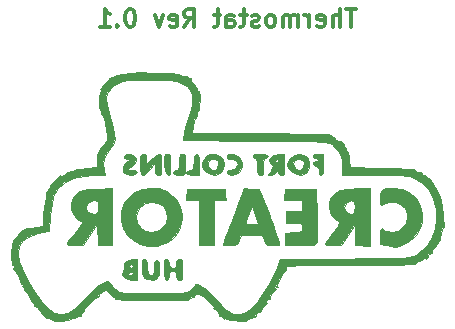
<source format=gbo>
G04 #@! TF.GenerationSoftware,KiCad,Pcbnew,5.0.2-bee76a0~70~ubuntu18.04.1*
G04 #@! TF.CreationDate,2019-06-28T18:52:20-06:00*
G04 #@! TF.ProjectId,Thermostat1,54686572-6d6f-4737-9461-74312e6b6963,rev?*
G04 #@! TF.SameCoordinates,Original*
G04 #@! TF.FileFunction,Legend,Bot*
G04 #@! TF.FilePolarity,Positive*
%FSLAX46Y46*%
G04 Gerber Fmt 4.6, Leading zero omitted, Abs format (unit mm)*
G04 Created by KiCad (PCBNEW 5.0.2-bee76a0~70~ubuntu18.04.1) date Fri 28 Jun 2019 06:52:20 PM MDT*
%MOMM*%
%LPD*%
G01*
G04 APERTURE LIST*
%ADD10C,0.300000*%
%ADD11C,0.010000*%
G04 APERTURE END LIST*
D10*
X95928571Y-34178571D02*
X95071428Y-34178571D01*
X95500000Y-35678571D02*
X95500000Y-34178571D01*
X94571428Y-35678571D02*
X94571428Y-34178571D01*
X93928571Y-35678571D02*
X93928571Y-34892857D01*
X94000000Y-34750000D01*
X94142857Y-34678571D01*
X94357142Y-34678571D01*
X94500000Y-34750000D01*
X94571428Y-34821428D01*
X92642857Y-35607142D02*
X92785714Y-35678571D01*
X93071428Y-35678571D01*
X93214285Y-35607142D01*
X93285714Y-35464285D01*
X93285714Y-34892857D01*
X93214285Y-34750000D01*
X93071428Y-34678571D01*
X92785714Y-34678571D01*
X92642857Y-34750000D01*
X92571428Y-34892857D01*
X92571428Y-35035714D01*
X93285714Y-35178571D01*
X91928571Y-35678571D02*
X91928571Y-34678571D01*
X91928571Y-34964285D02*
X91857142Y-34821428D01*
X91785714Y-34750000D01*
X91642857Y-34678571D01*
X91500000Y-34678571D01*
X91000000Y-35678571D02*
X91000000Y-34678571D01*
X91000000Y-34821428D02*
X90928571Y-34750000D01*
X90785714Y-34678571D01*
X90571428Y-34678571D01*
X90428571Y-34750000D01*
X90357142Y-34892857D01*
X90357142Y-35678571D01*
X90357142Y-34892857D02*
X90285714Y-34750000D01*
X90142857Y-34678571D01*
X89928571Y-34678571D01*
X89785714Y-34750000D01*
X89714285Y-34892857D01*
X89714285Y-35678571D01*
X88785714Y-35678571D02*
X88928571Y-35607142D01*
X89000000Y-35535714D01*
X89071428Y-35392857D01*
X89071428Y-34964285D01*
X89000000Y-34821428D01*
X88928571Y-34750000D01*
X88785714Y-34678571D01*
X88571428Y-34678571D01*
X88428571Y-34750000D01*
X88357142Y-34821428D01*
X88285714Y-34964285D01*
X88285714Y-35392857D01*
X88357142Y-35535714D01*
X88428571Y-35607142D01*
X88571428Y-35678571D01*
X88785714Y-35678571D01*
X87714285Y-35607142D02*
X87571428Y-35678571D01*
X87285714Y-35678571D01*
X87142857Y-35607142D01*
X87071428Y-35464285D01*
X87071428Y-35392857D01*
X87142857Y-35250000D01*
X87285714Y-35178571D01*
X87500000Y-35178571D01*
X87642857Y-35107142D01*
X87714285Y-34964285D01*
X87714285Y-34892857D01*
X87642857Y-34750000D01*
X87500000Y-34678571D01*
X87285714Y-34678571D01*
X87142857Y-34750000D01*
X86642857Y-34678571D02*
X86071428Y-34678571D01*
X86428571Y-34178571D02*
X86428571Y-35464285D01*
X86357142Y-35607142D01*
X86214285Y-35678571D01*
X86071428Y-35678571D01*
X84928571Y-35678571D02*
X84928571Y-34892857D01*
X85000000Y-34750000D01*
X85142857Y-34678571D01*
X85428571Y-34678571D01*
X85571428Y-34750000D01*
X84928571Y-35607142D02*
X85071428Y-35678571D01*
X85428571Y-35678571D01*
X85571428Y-35607142D01*
X85642857Y-35464285D01*
X85642857Y-35321428D01*
X85571428Y-35178571D01*
X85428571Y-35107142D01*
X85071428Y-35107142D01*
X84928571Y-35035714D01*
X84428571Y-34678571D02*
X83857142Y-34678571D01*
X84214285Y-34178571D02*
X84214285Y-35464285D01*
X84142857Y-35607142D01*
X84000000Y-35678571D01*
X83857142Y-35678571D01*
X81357142Y-35678571D02*
X81857142Y-34964285D01*
X82214285Y-35678571D02*
X82214285Y-34178571D01*
X81642857Y-34178571D01*
X81500000Y-34250000D01*
X81428571Y-34321428D01*
X81357142Y-34464285D01*
X81357142Y-34678571D01*
X81428571Y-34821428D01*
X81500000Y-34892857D01*
X81642857Y-34964285D01*
X82214285Y-34964285D01*
X80142857Y-35607142D02*
X80285714Y-35678571D01*
X80571428Y-35678571D01*
X80714285Y-35607142D01*
X80785714Y-35464285D01*
X80785714Y-34892857D01*
X80714285Y-34750000D01*
X80571428Y-34678571D01*
X80285714Y-34678571D01*
X80142857Y-34750000D01*
X80071428Y-34892857D01*
X80071428Y-35035714D01*
X80785714Y-35178571D01*
X79571428Y-34678571D02*
X79214285Y-35678571D01*
X78857142Y-34678571D01*
X76857142Y-34178571D02*
X76714285Y-34178571D01*
X76571428Y-34250000D01*
X76500000Y-34321428D01*
X76428571Y-34464285D01*
X76357142Y-34750000D01*
X76357142Y-35107142D01*
X76428571Y-35392857D01*
X76500000Y-35535714D01*
X76571428Y-35607142D01*
X76714285Y-35678571D01*
X76857142Y-35678571D01*
X77000000Y-35607142D01*
X77071428Y-35535714D01*
X77142857Y-35392857D01*
X77214285Y-35107142D01*
X77214285Y-34750000D01*
X77142857Y-34464285D01*
X77071428Y-34321428D01*
X77000000Y-34250000D01*
X76857142Y-34178571D01*
X75714285Y-35535714D02*
X75642857Y-35607142D01*
X75714285Y-35678571D01*
X75785714Y-35607142D01*
X75714285Y-35535714D01*
X75714285Y-35678571D01*
X74214285Y-35678571D02*
X75071428Y-35678571D01*
X74642857Y-35678571D02*
X74642857Y-34178571D01*
X74785714Y-34392857D01*
X74928571Y-34535714D01*
X75071428Y-34607142D01*
D11*
G04 #@! TO.C,G\002A\002A\002A*
G36*
X76843827Y-39587411D02*
X76203506Y-39661450D01*
X75715215Y-39778402D01*
X75538500Y-39844864D01*
X75245157Y-39951264D01*
X75057320Y-39985180D01*
X75052811Y-39984361D01*
X74999186Y-40036591D01*
X75014154Y-40067550D01*
X74962173Y-40195260D01*
X74748464Y-40369300D01*
X74703854Y-40396700D01*
X74472272Y-40574696D01*
X74394675Y-40721644D01*
X74400756Y-40737503D01*
X74384672Y-40848393D01*
X74343482Y-40855999D01*
X74267179Y-40948789D01*
X74286074Y-41046499D01*
X74295454Y-41210249D01*
X74250338Y-41236774D01*
X74192559Y-41348614D01*
X74156114Y-41625863D01*
X74142656Y-41980692D01*
X74153836Y-42325274D01*
X74191306Y-42571782D01*
X74224057Y-42634000D01*
X74312025Y-42798624D01*
X74351057Y-42951500D01*
X74429469Y-43193358D01*
X74489049Y-43275443D01*
X74568438Y-43440208D01*
X74624231Y-43725687D01*
X74675801Y-44038170D01*
X74735044Y-44227243D01*
X74782235Y-44422240D01*
X74815558Y-44760877D01*
X74820875Y-44880005D01*
X74792157Y-45286854D01*
X74650157Y-45553977D01*
X74553013Y-45645088D01*
X74329498Y-45878136D01*
X74226568Y-46064881D01*
X74137880Y-46273192D01*
X74099568Y-46315798D01*
X74044072Y-46378263D01*
X74010493Y-46503816D01*
X73988142Y-46759453D01*
X73970050Y-47127704D01*
X73951000Y-47557409D01*
X73093750Y-47661879D01*
X72641687Y-47717373D01*
X72287088Y-47761640D01*
X72109500Y-47784725D01*
X71906010Y-47855163D01*
X71560374Y-48010626D01*
X71152727Y-48213223D01*
X70800951Y-48403465D01*
X70512505Y-48608154D01*
X70236989Y-48866109D01*
X70038960Y-49109214D01*
X69982250Y-49267297D01*
X69918325Y-49360496D01*
X69879505Y-49365000D01*
X69803656Y-49442804D01*
X69823500Y-49492000D01*
X69803615Y-49607572D01*
X69746329Y-49619000D01*
X69644028Y-49659230D01*
X69657813Y-49686146D01*
X69666997Y-49835937D01*
X69621957Y-50155242D01*
X69553964Y-50479896D01*
X69453960Y-51027492D01*
X69391372Y-51605518D01*
X69380984Y-51865468D01*
X69379000Y-52524436D01*
X68775750Y-52624464D01*
X68394182Y-52684213D01*
X68114945Y-52721590D01*
X68045500Y-52727495D01*
X67863820Y-52815788D01*
X67750333Y-52921000D01*
X67629742Y-53046101D01*
X67642605Y-52975515D01*
X67666103Y-52921000D01*
X67656676Y-52874260D01*
X67525992Y-53002799D01*
X67487845Y-53048000D01*
X67305144Y-53297196D01*
X67223112Y-53464185D01*
X67222824Y-53468245D01*
X67142205Y-53517820D01*
X67107439Y-53501423D01*
X66998107Y-53534793D01*
X66895748Y-53785278D01*
X66796114Y-54266642D01*
X66728032Y-54730750D01*
X66691397Y-55149157D01*
X66707843Y-55405537D01*
X66748897Y-55461000D01*
X66813847Y-55554321D01*
X66793074Y-55651500D01*
X66796807Y-55814702D01*
X66856574Y-55842000D01*
X66938089Y-55934543D01*
X66920074Y-56032500D01*
X66908251Y-56196490D01*
X66950698Y-56223000D01*
X67056730Y-56327988D01*
X67206868Y-56584596D01*
X67359660Y-56905283D01*
X67473654Y-57202514D01*
X67507399Y-57388749D01*
X67505751Y-57395165D01*
X67569673Y-57488489D01*
X67608496Y-57493000D01*
X67684345Y-57570804D01*
X67664500Y-57620000D01*
X67678783Y-57736840D01*
X67728000Y-57747000D01*
X67810819Y-57824362D01*
X67791500Y-57874000D01*
X67785748Y-57991703D01*
X67820123Y-58001000D01*
X67950163Y-58101507D01*
X68125863Y-58340623D01*
X68289975Y-58624736D01*
X68385251Y-58860233D01*
X68388978Y-58931189D01*
X68437108Y-58978944D01*
X68486854Y-58955444D01*
X68603614Y-58978021D01*
X68642523Y-59183900D01*
X68628893Y-59312189D01*
X68689415Y-59361874D01*
X68732078Y-59341868D01*
X68884526Y-59367369D01*
X69025791Y-59530051D01*
X69061480Y-59652000D01*
X69138280Y-59768458D01*
X69315718Y-59961276D01*
X69524562Y-60163244D01*
X69695580Y-60307154D01*
X69760000Y-60330121D01*
X69849791Y-60335958D01*
X70045750Y-60443522D01*
X70422385Y-60572203D01*
X70933837Y-60601388D01*
X71483317Y-60535860D01*
X71974034Y-60380405D01*
X72046000Y-60344659D01*
X72353716Y-60200343D01*
X72566449Y-60135862D01*
X72595190Y-60137035D01*
X72644853Y-60087387D01*
X72624269Y-60043952D01*
X72655188Y-59892100D01*
X72773579Y-59790667D01*
X72908117Y-59686240D01*
X72888309Y-59655861D01*
X72908193Y-59578017D01*
X73062954Y-59385805D01*
X73298251Y-59134302D01*
X73559741Y-58878585D01*
X73793080Y-58673731D01*
X73943927Y-58574818D01*
X73957226Y-58572500D01*
X74126656Y-58491281D01*
X74162667Y-58456888D01*
X74174990Y-58404405D01*
X74078000Y-58449517D01*
X73955273Y-58505269D01*
X74006534Y-58412414D01*
X74064348Y-58339809D01*
X74227618Y-58193547D01*
X74305791Y-58186456D01*
X74420506Y-58153936D01*
X74518545Y-58048432D01*
X74633649Y-57941725D01*
X74765368Y-57989165D01*
X74978074Y-58215900D01*
X74993227Y-58233864D01*
X75214709Y-58459476D01*
X75371441Y-58551779D01*
X75397376Y-58544291D01*
X75471206Y-58558320D01*
X75475000Y-58593666D01*
X75484204Y-58654759D01*
X75531186Y-58702461D01*
X75645003Y-58738956D01*
X75854711Y-58766433D01*
X76189365Y-58787076D01*
X76678023Y-58803073D01*
X77349740Y-58816610D01*
X78233572Y-58829873D01*
X78698184Y-58836199D01*
X79660491Y-58846670D01*
X80399377Y-58847969D01*
X80945305Y-58838664D01*
X81328737Y-58817323D01*
X81580135Y-58782514D01*
X81729961Y-58732806D01*
X81788173Y-58690970D01*
X81995325Y-58576471D01*
X82108862Y-58590955D01*
X82185438Y-58594637D01*
X82160279Y-58537766D01*
X82177747Y-58402624D01*
X82357989Y-58317152D01*
X82611068Y-58305482D01*
X82804453Y-58364910D01*
X82984911Y-58497028D01*
X83226190Y-58714238D01*
X83482891Y-58968846D01*
X83709617Y-59213154D01*
X83860970Y-59399467D01*
X83891551Y-59480089D01*
X83857000Y-59470739D01*
X83816206Y-59475512D01*
X83950348Y-59600661D01*
X84016405Y-59653649D01*
X84227168Y-59869882D01*
X84290300Y-60044442D01*
X84282532Y-60063691D01*
X84279534Y-60139246D01*
X84337572Y-60113451D01*
X84502461Y-60136025D01*
X84607333Y-60252578D01*
X84712035Y-60391333D01*
X84742139Y-60377781D01*
X84837480Y-60350492D01*
X85000431Y-60414230D01*
X85235801Y-60487926D01*
X85591038Y-60545612D01*
X85987651Y-60581846D01*
X86347150Y-60591189D01*
X86591044Y-60568202D01*
X86651000Y-60528624D01*
X86757934Y-60432959D01*
X87010308Y-60325095D01*
X87305486Y-60247355D01*
X87349500Y-60240584D01*
X87462796Y-60120663D01*
X87466573Y-60096500D01*
X87413000Y-60096500D01*
X87349500Y-60160000D01*
X87286000Y-60096500D01*
X87349500Y-60033000D01*
X87413000Y-60096500D01*
X87466573Y-60096500D01*
X87476500Y-60033000D01*
X87578160Y-59864627D01*
X87667000Y-59842500D01*
X87835647Y-59753462D01*
X87846425Y-59715500D01*
X87794000Y-59715500D01*
X87730500Y-59779000D01*
X87667000Y-59715500D01*
X87730500Y-59652000D01*
X87794000Y-59715500D01*
X87846425Y-59715500D01*
X87857500Y-59676495D01*
X87948424Y-59486674D01*
X88167875Y-59258550D01*
X88175000Y-59252724D01*
X88342136Y-59104931D01*
X88344703Y-59073047D01*
X88324375Y-59082769D01*
X88221847Y-59112210D01*
X88271733Y-58987625D01*
X88318044Y-58911504D01*
X88484306Y-58740600D01*
X88601042Y-58727337D01*
X88660311Y-58716947D01*
X88631975Y-58656183D01*
X88656679Y-58481259D01*
X88838109Y-58231540D01*
X88898102Y-58171288D01*
X89083244Y-57982607D01*
X89123495Y-57912549D01*
X89094692Y-57924876D01*
X89076995Y-57867582D01*
X89153322Y-57650410D01*
X89293587Y-57335092D01*
X89467702Y-56983363D01*
X89645582Y-56656955D01*
X89797137Y-56417603D01*
X89868598Y-56336956D01*
X89963765Y-56195761D01*
X89963848Y-56177050D01*
X89953097Y-55984356D01*
X89953000Y-55966349D01*
X90079862Y-55929381D01*
X90460069Y-55899048D01*
X91093051Y-55875365D01*
X91978239Y-55858343D01*
X93115063Y-55847997D01*
X94502956Y-55844339D01*
X95163301Y-55844805D01*
X96291630Y-55844747D01*
X97341886Y-55841206D01*
X98286677Y-55834532D01*
X99098611Y-55825076D01*
X99750297Y-55813189D01*
X100214343Y-55799222D01*
X100463357Y-55783526D01*
X100497301Y-55776460D01*
X100708080Y-55759800D01*
X100748001Y-55778499D01*
X100865397Y-55776905D01*
X100875001Y-55737307D01*
X100962066Y-55624501D01*
X101247545Y-55519202D01*
X101481161Y-55463107D01*
X101616303Y-55348245D01*
X101679001Y-55254438D01*
X101873289Y-55066753D01*
X102099393Y-54946197D01*
X102306107Y-54820893D01*
X102341018Y-54707927D01*
X102374744Y-54555531D01*
X102523068Y-54410548D01*
X102686483Y-54247078D01*
X102694526Y-54147858D01*
X102709561Y-54071534D01*
X102766329Y-54064000D01*
X102861940Y-53989500D01*
X102843501Y-53937000D01*
X102853570Y-53819971D01*
X102899505Y-53810000D01*
X103015022Y-53742061D01*
X103015340Y-53714750D01*
X103016908Y-53473341D01*
X103074482Y-53159348D01*
X103163693Y-52858920D01*
X103260170Y-52658204D01*
X103323486Y-52625430D01*
X103401233Y-52632823D01*
X103383679Y-52591372D01*
X103344290Y-52416124D01*
X103305377Y-52059400D01*
X103299437Y-51969611D01*
X102719550Y-51969611D01*
X102585176Y-52835160D01*
X102261674Y-53657346D01*
X101831612Y-54291818D01*
X101483471Y-54624659D01*
X101059574Y-54929862D01*
X100954275Y-54990318D01*
X100821215Y-55058121D01*
X100682685Y-55114208D01*
X100514120Y-55159888D01*
X100290954Y-55196465D01*
X99988621Y-55225246D01*
X99582555Y-55247537D01*
X99048192Y-55264645D01*
X98360964Y-55277874D01*
X97496308Y-55288533D01*
X96429656Y-55297926D01*
X95136443Y-55307359D01*
X94969500Y-55308524D01*
X89508500Y-55346548D01*
X89209093Y-56119848D01*
X88578368Y-57446185D01*
X87714863Y-58757901D01*
X87622745Y-58879411D01*
X87084668Y-59491208D01*
X86574583Y-59867994D01*
X86062410Y-60022032D01*
X85518069Y-59965584D01*
X85218171Y-59859611D01*
X84910219Y-59657852D01*
X84565060Y-59329248D01*
X84373494Y-59098074D01*
X84040415Y-58709954D01*
X83599404Y-58274820D01*
X83181410Y-57915918D01*
X82794585Y-57618564D01*
X82553352Y-57462222D01*
X82406697Y-57427091D01*
X82303602Y-57493368D01*
X82254151Y-57556014D01*
X82024117Y-57794684D01*
X81731735Y-58021722D01*
X81588416Y-58100257D01*
X81405307Y-58158997D01*
X81146083Y-58200754D01*
X80774424Y-58228340D01*
X80254006Y-58244565D01*
X79548508Y-58252241D01*
X78728491Y-58254163D01*
X77834450Y-58252857D01*
X77156746Y-58246153D01*
X76657729Y-58230829D01*
X76299744Y-58203662D01*
X76045140Y-58161432D01*
X75856265Y-58100915D01*
X75695464Y-58018891D01*
X75648741Y-57990641D01*
X75376347Y-57803450D01*
X75226620Y-57664017D01*
X75216961Y-57641391D01*
X75145039Y-57484004D01*
X75032768Y-57318601D01*
X74931118Y-57209390D01*
X74812656Y-57184960D01*
X74626276Y-57263237D01*
X74320874Y-57462147D01*
X74022714Y-57672908D01*
X73526848Y-58068302D01*
X73031248Y-58530765D01*
X72651157Y-58950794D01*
X72071935Y-59554869D01*
X71487568Y-59913308D01*
X70906694Y-60024442D01*
X70337952Y-59886599D01*
X69795362Y-59503274D01*
X69339196Y-58996606D01*
X68867950Y-58352304D01*
X68410584Y-57624048D01*
X67996059Y-56865520D01*
X67653336Y-56130402D01*
X67411378Y-55472375D01*
X67299145Y-54945120D01*
X67294963Y-54868630D01*
X67396241Y-54269423D01*
X67722906Y-53777754D01*
X68267132Y-53400520D01*
X69021095Y-53144616D01*
X69315500Y-53087822D01*
X69950500Y-52984500D01*
X70025052Y-51714500D01*
X70077039Y-51116783D01*
X70154721Y-50565802D01*
X70245250Y-50143473D01*
X70293963Y-50000000D01*
X70694118Y-49338438D01*
X71252988Y-48840212D01*
X71987023Y-48496388D01*
X72912675Y-48298033D01*
X73521933Y-48247116D01*
X74680366Y-48193130D01*
X74557117Y-47791551D01*
X74508871Y-47239669D01*
X74655878Y-46641848D01*
X74973915Y-46079997D01*
X75111352Y-45917424D01*
X75329984Y-45663944D01*
X75439314Y-45443470D01*
X75465258Y-45160555D01*
X75434457Y-44727503D01*
X75350962Y-44207368D01*
X75201804Y-43589189D01*
X75024607Y-43022615D01*
X74811042Y-42304385D01*
X74757136Y-41738600D01*
X74866144Y-41277568D01*
X75141323Y-40873599D01*
X75173681Y-40839111D01*
X75435678Y-40601315D01*
X75729184Y-40424832D01*
X76095109Y-40301251D01*
X76574365Y-40222161D01*
X77207862Y-40179153D01*
X78036510Y-40163817D01*
X78459500Y-40163624D01*
X79412513Y-40176800D01*
X80149057Y-40215824D01*
X80706103Y-40289651D01*
X81120621Y-40407238D01*
X81429580Y-40577538D01*
X81669949Y-40809508D01*
X81788608Y-40970031D01*
X81988170Y-41360617D01*
X82062227Y-41790500D01*
X82010435Y-42315781D01*
X81832448Y-42992557D01*
X81775096Y-43171076D01*
X81609842Y-43720617D01*
X81470061Y-44269568D01*
X81386849Y-44694182D01*
X81302507Y-45293865D01*
X87396563Y-45329182D01*
X88798524Y-45337590D01*
X89968931Y-45345834D01*
X90930228Y-45354960D01*
X91704857Y-45366015D01*
X92315261Y-45380047D01*
X92783884Y-45398102D01*
X93133169Y-45421227D01*
X93385559Y-45450469D01*
X93563497Y-45486875D01*
X93689426Y-45531492D01*
X93785790Y-45585367D01*
X93849059Y-45630177D01*
X94165486Y-45919632D01*
X94469900Y-46279799D01*
X94504490Y-46328677D01*
X94681158Y-46638793D01*
X94757350Y-46958701D01*
X94756412Y-47398818D01*
X94750386Y-47491750D01*
X94699293Y-48222000D01*
X97501397Y-48224789D01*
X98441571Y-48228019D01*
X99164895Y-48237361D01*
X99708494Y-48255461D01*
X100109494Y-48284962D01*
X100405019Y-48328509D01*
X100632196Y-48388749D01*
X100811500Y-48460612D01*
X101512621Y-48913324D01*
X102061330Y-49532556D01*
X102450283Y-50276333D01*
X102672137Y-51102677D01*
X102719550Y-51969611D01*
X103299437Y-51969611D01*
X103274561Y-51593624D01*
X103271334Y-51524000D01*
X103214451Y-50920716D01*
X103109576Y-50395533D01*
X103011374Y-50115034D01*
X102860608Y-49775969D01*
X102764139Y-49515669D01*
X102754845Y-49480034D01*
X102637742Y-49255467D01*
X102589500Y-49210882D01*
X102468040Y-49033195D01*
X102462500Y-48991780D01*
X102380233Y-48835174D01*
X102180486Y-48613006D01*
X101933848Y-48389184D01*
X101710902Y-48227617D01*
X101582235Y-48192212D01*
X101580821Y-48193512D01*
X101516059Y-48165433D01*
X101510001Y-48108671D01*
X101440901Y-48009355D01*
X101393239Y-48025172D01*
X101215762Y-48011525D01*
X101107489Y-47937417D01*
X101009177Y-47857058D01*
X100883283Y-47794873D01*
X100696316Y-47747550D01*
X100414784Y-47711777D01*
X100005193Y-47684242D01*
X99434053Y-47661634D01*
X98667870Y-47640641D01*
X97935264Y-47623745D01*
X95440028Y-47568247D01*
X95341767Y-46974373D01*
X95287831Y-46604076D01*
X95263363Y-46343875D01*
X95265253Y-46285250D01*
X95188487Y-46195846D01*
X95138834Y-46189999D01*
X95049247Y-46142870D01*
X95067230Y-46113437D01*
X95035178Y-45987275D01*
X94859149Y-45771769D01*
X94802646Y-45716590D01*
X94647199Y-45557153D01*
X94661584Y-45536750D01*
X94715500Y-45570903D01*
X94888284Y-45681329D01*
X94876893Y-45630415D01*
X94796361Y-45524648D01*
X94625250Y-45371907D01*
X94533734Y-45359102D01*
X94388443Y-45321685D01*
X94154615Y-45156358D01*
X94130686Y-45135454D01*
X93855919Y-44920659D01*
X93632751Y-44793496D01*
X93631313Y-44793000D01*
X93469283Y-44779095D01*
X93079680Y-44764634D01*
X92488930Y-44750064D01*
X91723456Y-44735830D01*
X90809685Y-44722382D01*
X89774040Y-44710166D01*
X88642947Y-44699630D01*
X87717982Y-44692907D01*
X81990463Y-44656314D01*
X82115061Y-44026157D01*
X82200855Y-43667505D01*
X82284051Y-43439261D01*
X82322803Y-43396000D01*
X82396857Y-43288284D01*
X82426612Y-43121677D01*
X82489246Y-42868277D01*
X82557694Y-42772427D01*
X82617165Y-42619535D01*
X82654633Y-42309869D01*
X82669601Y-41923813D01*
X82661571Y-41541750D01*
X82630047Y-41244064D01*
X82574533Y-41111138D01*
X82567966Y-41109999D01*
X82468935Y-41008514D01*
X82460000Y-40941637D01*
X82374064Y-40745410D01*
X82165300Y-40496723D01*
X82146415Y-40478677D01*
X81955995Y-40246620D01*
X81905875Y-40069584D01*
X81912037Y-40055916D01*
X81908162Y-39989212D01*
X81844623Y-40018372D01*
X81714212Y-40021683D01*
X81698000Y-39966999D01*
X81636033Y-39870492D01*
X81602750Y-39881093D01*
X81426031Y-39880087D01*
X81190000Y-39809046D01*
X80943956Y-39721657D01*
X80674818Y-39658766D01*
X80332772Y-39615283D01*
X79868003Y-39586117D01*
X79230696Y-39566178D01*
X78713500Y-39555981D01*
X77669414Y-39553263D01*
X76843827Y-39587411D01*
X76843827Y-39587411D01*
G37*
X76843827Y-39587411D02*
X76203506Y-39661450D01*
X75715215Y-39778402D01*
X75538500Y-39844864D01*
X75245157Y-39951264D01*
X75057320Y-39985180D01*
X75052811Y-39984361D01*
X74999186Y-40036591D01*
X75014154Y-40067550D01*
X74962173Y-40195260D01*
X74748464Y-40369300D01*
X74703854Y-40396700D01*
X74472272Y-40574696D01*
X74394675Y-40721644D01*
X74400756Y-40737503D01*
X74384672Y-40848393D01*
X74343482Y-40855999D01*
X74267179Y-40948789D01*
X74286074Y-41046499D01*
X74295454Y-41210249D01*
X74250338Y-41236774D01*
X74192559Y-41348614D01*
X74156114Y-41625863D01*
X74142656Y-41980692D01*
X74153836Y-42325274D01*
X74191306Y-42571782D01*
X74224057Y-42634000D01*
X74312025Y-42798624D01*
X74351057Y-42951500D01*
X74429469Y-43193358D01*
X74489049Y-43275443D01*
X74568438Y-43440208D01*
X74624231Y-43725687D01*
X74675801Y-44038170D01*
X74735044Y-44227243D01*
X74782235Y-44422240D01*
X74815558Y-44760877D01*
X74820875Y-44880005D01*
X74792157Y-45286854D01*
X74650157Y-45553977D01*
X74553013Y-45645088D01*
X74329498Y-45878136D01*
X74226568Y-46064881D01*
X74137880Y-46273192D01*
X74099568Y-46315798D01*
X74044072Y-46378263D01*
X74010493Y-46503816D01*
X73988142Y-46759453D01*
X73970050Y-47127704D01*
X73951000Y-47557409D01*
X73093750Y-47661879D01*
X72641687Y-47717373D01*
X72287088Y-47761640D01*
X72109500Y-47784725D01*
X71906010Y-47855163D01*
X71560374Y-48010626D01*
X71152727Y-48213223D01*
X70800951Y-48403465D01*
X70512505Y-48608154D01*
X70236989Y-48866109D01*
X70038960Y-49109214D01*
X69982250Y-49267297D01*
X69918325Y-49360496D01*
X69879505Y-49365000D01*
X69803656Y-49442804D01*
X69823500Y-49492000D01*
X69803615Y-49607572D01*
X69746329Y-49619000D01*
X69644028Y-49659230D01*
X69657813Y-49686146D01*
X69666997Y-49835937D01*
X69621957Y-50155242D01*
X69553964Y-50479896D01*
X69453960Y-51027492D01*
X69391372Y-51605518D01*
X69380984Y-51865468D01*
X69379000Y-52524436D01*
X68775750Y-52624464D01*
X68394182Y-52684213D01*
X68114945Y-52721590D01*
X68045500Y-52727495D01*
X67863820Y-52815788D01*
X67750333Y-52921000D01*
X67629742Y-53046101D01*
X67642605Y-52975515D01*
X67666103Y-52921000D01*
X67656676Y-52874260D01*
X67525992Y-53002799D01*
X67487845Y-53048000D01*
X67305144Y-53297196D01*
X67223112Y-53464185D01*
X67222824Y-53468245D01*
X67142205Y-53517820D01*
X67107439Y-53501423D01*
X66998107Y-53534793D01*
X66895748Y-53785278D01*
X66796114Y-54266642D01*
X66728032Y-54730750D01*
X66691397Y-55149157D01*
X66707843Y-55405537D01*
X66748897Y-55461000D01*
X66813847Y-55554321D01*
X66793074Y-55651500D01*
X66796807Y-55814702D01*
X66856574Y-55842000D01*
X66938089Y-55934543D01*
X66920074Y-56032500D01*
X66908251Y-56196490D01*
X66950698Y-56223000D01*
X67056730Y-56327988D01*
X67206868Y-56584596D01*
X67359660Y-56905283D01*
X67473654Y-57202514D01*
X67507399Y-57388749D01*
X67505751Y-57395165D01*
X67569673Y-57488489D01*
X67608496Y-57493000D01*
X67684345Y-57570804D01*
X67664500Y-57620000D01*
X67678783Y-57736840D01*
X67728000Y-57747000D01*
X67810819Y-57824362D01*
X67791500Y-57874000D01*
X67785748Y-57991703D01*
X67820123Y-58001000D01*
X67950163Y-58101507D01*
X68125863Y-58340623D01*
X68289975Y-58624736D01*
X68385251Y-58860233D01*
X68388978Y-58931189D01*
X68437108Y-58978944D01*
X68486854Y-58955444D01*
X68603614Y-58978021D01*
X68642523Y-59183900D01*
X68628893Y-59312189D01*
X68689415Y-59361874D01*
X68732078Y-59341868D01*
X68884526Y-59367369D01*
X69025791Y-59530051D01*
X69061480Y-59652000D01*
X69138280Y-59768458D01*
X69315718Y-59961276D01*
X69524562Y-60163244D01*
X69695580Y-60307154D01*
X69760000Y-60330121D01*
X69849791Y-60335958D01*
X70045750Y-60443522D01*
X70422385Y-60572203D01*
X70933837Y-60601388D01*
X71483317Y-60535860D01*
X71974034Y-60380405D01*
X72046000Y-60344659D01*
X72353716Y-60200343D01*
X72566449Y-60135862D01*
X72595190Y-60137035D01*
X72644853Y-60087387D01*
X72624269Y-60043952D01*
X72655188Y-59892100D01*
X72773579Y-59790667D01*
X72908117Y-59686240D01*
X72888309Y-59655861D01*
X72908193Y-59578017D01*
X73062954Y-59385805D01*
X73298251Y-59134302D01*
X73559741Y-58878585D01*
X73793080Y-58673731D01*
X73943927Y-58574818D01*
X73957226Y-58572500D01*
X74126656Y-58491281D01*
X74162667Y-58456888D01*
X74174990Y-58404405D01*
X74078000Y-58449517D01*
X73955273Y-58505269D01*
X74006534Y-58412414D01*
X74064348Y-58339809D01*
X74227618Y-58193547D01*
X74305791Y-58186456D01*
X74420506Y-58153936D01*
X74518545Y-58048432D01*
X74633649Y-57941725D01*
X74765368Y-57989165D01*
X74978074Y-58215900D01*
X74993227Y-58233864D01*
X75214709Y-58459476D01*
X75371441Y-58551779D01*
X75397376Y-58544291D01*
X75471206Y-58558320D01*
X75475000Y-58593666D01*
X75484204Y-58654759D01*
X75531186Y-58702461D01*
X75645003Y-58738956D01*
X75854711Y-58766433D01*
X76189365Y-58787076D01*
X76678023Y-58803073D01*
X77349740Y-58816610D01*
X78233572Y-58829873D01*
X78698184Y-58836199D01*
X79660491Y-58846670D01*
X80399377Y-58847969D01*
X80945305Y-58838664D01*
X81328737Y-58817323D01*
X81580135Y-58782514D01*
X81729961Y-58732806D01*
X81788173Y-58690970D01*
X81995325Y-58576471D01*
X82108862Y-58590955D01*
X82185438Y-58594637D01*
X82160279Y-58537766D01*
X82177747Y-58402624D01*
X82357989Y-58317152D01*
X82611068Y-58305482D01*
X82804453Y-58364910D01*
X82984911Y-58497028D01*
X83226190Y-58714238D01*
X83482891Y-58968846D01*
X83709617Y-59213154D01*
X83860970Y-59399467D01*
X83891551Y-59480089D01*
X83857000Y-59470739D01*
X83816206Y-59475512D01*
X83950348Y-59600661D01*
X84016405Y-59653649D01*
X84227168Y-59869882D01*
X84290300Y-60044442D01*
X84282532Y-60063691D01*
X84279534Y-60139246D01*
X84337572Y-60113451D01*
X84502461Y-60136025D01*
X84607333Y-60252578D01*
X84712035Y-60391333D01*
X84742139Y-60377781D01*
X84837480Y-60350492D01*
X85000431Y-60414230D01*
X85235801Y-60487926D01*
X85591038Y-60545612D01*
X85987651Y-60581846D01*
X86347150Y-60591189D01*
X86591044Y-60568202D01*
X86651000Y-60528624D01*
X86757934Y-60432959D01*
X87010308Y-60325095D01*
X87305486Y-60247355D01*
X87349500Y-60240584D01*
X87462796Y-60120663D01*
X87466573Y-60096500D01*
X87413000Y-60096500D01*
X87349500Y-60160000D01*
X87286000Y-60096500D01*
X87349500Y-60033000D01*
X87413000Y-60096500D01*
X87466573Y-60096500D01*
X87476500Y-60033000D01*
X87578160Y-59864627D01*
X87667000Y-59842500D01*
X87835647Y-59753462D01*
X87846425Y-59715500D01*
X87794000Y-59715500D01*
X87730500Y-59779000D01*
X87667000Y-59715500D01*
X87730500Y-59652000D01*
X87794000Y-59715500D01*
X87846425Y-59715500D01*
X87857500Y-59676495D01*
X87948424Y-59486674D01*
X88167875Y-59258550D01*
X88175000Y-59252724D01*
X88342136Y-59104931D01*
X88344703Y-59073047D01*
X88324375Y-59082769D01*
X88221847Y-59112210D01*
X88271733Y-58987625D01*
X88318044Y-58911504D01*
X88484306Y-58740600D01*
X88601042Y-58727337D01*
X88660311Y-58716947D01*
X88631975Y-58656183D01*
X88656679Y-58481259D01*
X88838109Y-58231540D01*
X88898102Y-58171288D01*
X89083244Y-57982607D01*
X89123495Y-57912549D01*
X89094692Y-57924876D01*
X89076995Y-57867582D01*
X89153322Y-57650410D01*
X89293587Y-57335092D01*
X89467702Y-56983363D01*
X89645582Y-56656955D01*
X89797137Y-56417603D01*
X89868598Y-56336956D01*
X89963765Y-56195761D01*
X89963848Y-56177050D01*
X89953097Y-55984356D01*
X89953000Y-55966349D01*
X90079862Y-55929381D01*
X90460069Y-55899048D01*
X91093051Y-55875365D01*
X91978239Y-55858343D01*
X93115063Y-55847997D01*
X94502956Y-55844339D01*
X95163301Y-55844805D01*
X96291630Y-55844747D01*
X97341886Y-55841206D01*
X98286677Y-55834532D01*
X99098611Y-55825076D01*
X99750297Y-55813189D01*
X100214343Y-55799222D01*
X100463357Y-55783526D01*
X100497301Y-55776460D01*
X100708080Y-55759800D01*
X100748001Y-55778499D01*
X100865397Y-55776905D01*
X100875001Y-55737307D01*
X100962066Y-55624501D01*
X101247545Y-55519202D01*
X101481161Y-55463107D01*
X101616303Y-55348245D01*
X101679001Y-55254438D01*
X101873289Y-55066753D01*
X102099393Y-54946197D01*
X102306107Y-54820893D01*
X102341018Y-54707927D01*
X102374744Y-54555531D01*
X102523068Y-54410548D01*
X102686483Y-54247078D01*
X102694526Y-54147858D01*
X102709561Y-54071534D01*
X102766329Y-54064000D01*
X102861940Y-53989500D01*
X102843501Y-53937000D01*
X102853570Y-53819971D01*
X102899505Y-53810000D01*
X103015022Y-53742061D01*
X103015340Y-53714750D01*
X103016908Y-53473341D01*
X103074482Y-53159348D01*
X103163693Y-52858920D01*
X103260170Y-52658204D01*
X103323486Y-52625430D01*
X103401233Y-52632823D01*
X103383679Y-52591372D01*
X103344290Y-52416124D01*
X103305377Y-52059400D01*
X103299437Y-51969611D01*
X102719550Y-51969611D01*
X102585176Y-52835160D01*
X102261674Y-53657346D01*
X101831612Y-54291818D01*
X101483471Y-54624659D01*
X101059574Y-54929862D01*
X100954275Y-54990318D01*
X100821215Y-55058121D01*
X100682685Y-55114208D01*
X100514120Y-55159888D01*
X100290954Y-55196465D01*
X99988621Y-55225246D01*
X99582555Y-55247537D01*
X99048192Y-55264645D01*
X98360964Y-55277874D01*
X97496308Y-55288533D01*
X96429656Y-55297926D01*
X95136443Y-55307359D01*
X94969500Y-55308524D01*
X89508500Y-55346548D01*
X89209093Y-56119848D01*
X88578368Y-57446185D01*
X87714863Y-58757901D01*
X87622745Y-58879411D01*
X87084668Y-59491208D01*
X86574583Y-59867994D01*
X86062410Y-60022032D01*
X85518069Y-59965584D01*
X85218171Y-59859611D01*
X84910219Y-59657852D01*
X84565060Y-59329248D01*
X84373494Y-59098074D01*
X84040415Y-58709954D01*
X83599404Y-58274820D01*
X83181410Y-57915918D01*
X82794585Y-57618564D01*
X82553352Y-57462222D01*
X82406697Y-57427091D01*
X82303602Y-57493368D01*
X82254151Y-57556014D01*
X82024117Y-57794684D01*
X81731735Y-58021722D01*
X81588416Y-58100257D01*
X81405307Y-58158997D01*
X81146083Y-58200754D01*
X80774424Y-58228340D01*
X80254006Y-58244565D01*
X79548508Y-58252241D01*
X78728491Y-58254163D01*
X77834450Y-58252857D01*
X77156746Y-58246153D01*
X76657729Y-58230829D01*
X76299744Y-58203662D01*
X76045140Y-58161432D01*
X75856265Y-58100915D01*
X75695464Y-58018891D01*
X75648741Y-57990641D01*
X75376347Y-57803450D01*
X75226620Y-57664017D01*
X75216961Y-57641391D01*
X75145039Y-57484004D01*
X75032768Y-57318601D01*
X74931118Y-57209390D01*
X74812656Y-57184960D01*
X74626276Y-57263237D01*
X74320874Y-57462147D01*
X74022714Y-57672908D01*
X73526848Y-58068302D01*
X73031248Y-58530765D01*
X72651157Y-58950794D01*
X72071935Y-59554869D01*
X71487568Y-59913308D01*
X70906694Y-60024442D01*
X70337952Y-59886599D01*
X69795362Y-59503274D01*
X69339196Y-58996606D01*
X68867950Y-58352304D01*
X68410584Y-57624048D01*
X67996059Y-56865520D01*
X67653336Y-56130402D01*
X67411378Y-55472375D01*
X67299145Y-54945120D01*
X67294963Y-54868630D01*
X67396241Y-54269423D01*
X67722906Y-53777754D01*
X68267132Y-53400520D01*
X69021095Y-53144616D01*
X69315500Y-53087822D01*
X69950500Y-52984500D01*
X70025052Y-51714500D01*
X70077039Y-51116783D01*
X70154721Y-50565802D01*
X70245250Y-50143473D01*
X70293963Y-50000000D01*
X70694118Y-49338438D01*
X71252988Y-48840212D01*
X71987023Y-48496388D01*
X72912675Y-48298033D01*
X73521933Y-48247116D01*
X74680366Y-48193130D01*
X74557117Y-47791551D01*
X74508871Y-47239669D01*
X74655878Y-46641848D01*
X74973915Y-46079997D01*
X75111352Y-45917424D01*
X75329984Y-45663944D01*
X75439314Y-45443470D01*
X75465258Y-45160555D01*
X75434457Y-44727503D01*
X75350962Y-44207368D01*
X75201804Y-43589189D01*
X75024607Y-43022615D01*
X74811042Y-42304385D01*
X74757136Y-41738600D01*
X74866144Y-41277568D01*
X75141323Y-40873599D01*
X75173681Y-40839111D01*
X75435678Y-40601315D01*
X75729184Y-40424832D01*
X76095109Y-40301251D01*
X76574365Y-40222161D01*
X77207862Y-40179153D01*
X78036510Y-40163817D01*
X78459500Y-40163624D01*
X79412513Y-40176800D01*
X80149057Y-40215824D01*
X80706103Y-40289651D01*
X81120621Y-40407238D01*
X81429580Y-40577538D01*
X81669949Y-40809508D01*
X81788608Y-40970031D01*
X81988170Y-41360617D01*
X82062227Y-41790500D01*
X82010435Y-42315781D01*
X81832448Y-42992557D01*
X81775096Y-43171076D01*
X81609842Y-43720617D01*
X81470061Y-44269568D01*
X81386849Y-44694182D01*
X81302507Y-45293865D01*
X87396563Y-45329182D01*
X88798524Y-45337590D01*
X89968931Y-45345834D01*
X90930228Y-45354960D01*
X91704857Y-45366015D01*
X92315261Y-45380047D01*
X92783884Y-45398102D01*
X93133169Y-45421227D01*
X93385559Y-45450469D01*
X93563497Y-45486875D01*
X93689426Y-45531492D01*
X93785790Y-45585367D01*
X93849059Y-45630177D01*
X94165486Y-45919632D01*
X94469900Y-46279799D01*
X94504490Y-46328677D01*
X94681158Y-46638793D01*
X94757350Y-46958701D01*
X94756412Y-47398818D01*
X94750386Y-47491750D01*
X94699293Y-48222000D01*
X97501397Y-48224789D01*
X98441571Y-48228019D01*
X99164895Y-48237361D01*
X99708494Y-48255461D01*
X100109494Y-48284962D01*
X100405019Y-48328509D01*
X100632196Y-48388749D01*
X100811500Y-48460612D01*
X101512621Y-48913324D01*
X102061330Y-49532556D01*
X102450283Y-50276333D01*
X102672137Y-51102677D01*
X102719550Y-51969611D01*
X103299437Y-51969611D01*
X103274561Y-51593624D01*
X103271334Y-51524000D01*
X103214451Y-50920716D01*
X103109576Y-50395533D01*
X103011374Y-50115034D01*
X102860608Y-49775969D01*
X102764139Y-49515669D01*
X102754845Y-49480034D01*
X102637742Y-49255467D01*
X102589500Y-49210882D01*
X102468040Y-49033195D01*
X102462500Y-48991780D01*
X102380233Y-48835174D01*
X102180486Y-48613006D01*
X101933848Y-48389184D01*
X101710902Y-48227617D01*
X101582235Y-48192212D01*
X101580821Y-48193512D01*
X101516059Y-48165433D01*
X101510001Y-48108671D01*
X101440901Y-48009355D01*
X101393239Y-48025172D01*
X101215762Y-48011525D01*
X101107489Y-47937417D01*
X101009177Y-47857058D01*
X100883283Y-47794873D01*
X100696316Y-47747550D01*
X100414784Y-47711777D01*
X100005193Y-47684242D01*
X99434053Y-47661634D01*
X98667870Y-47640641D01*
X97935264Y-47623745D01*
X95440028Y-47568247D01*
X95341767Y-46974373D01*
X95287831Y-46604076D01*
X95263363Y-46343875D01*
X95265253Y-46285250D01*
X95188487Y-46195846D01*
X95138834Y-46189999D01*
X95049247Y-46142870D01*
X95067230Y-46113437D01*
X95035178Y-45987275D01*
X94859149Y-45771769D01*
X94802646Y-45716590D01*
X94647199Y-45557153D01*
X94661584Y-45536750D01*
X94715500Y-45570903D01*
X94888284Y-45681329D01*
X94876893Y-45630415D01*
X94796361Y-45524648D01*
X94625250Y-45371907D01*
X94533734Y-45359102D01*
X94388443Y-45321685D01*
X94154615Y-45156358D01*
X94130686Y-45135454D01*
X93855919Y-44920659D01*
X93632751Y-44793496D01*
X93631313Y-44793000D01*
X93469283Y-44779095D01*
X93079680Y-44764634D01*
X92488930Y-44750064D01*
X91723456Y-44735830D01*
X90809685Y-44722382D01*
X89774040Y-44710166D01*
X88642947Y-44699630D01*
X87717982Y-44692907D01*
X81990463Y-44656314D01*
X82115061Y-44026157D01*
X82200855Y-43667505D01*
X82284051Y-43439261D01*
X82322803Y-43396000D01*
X82396857Y-43288284D01*
X82426612Y-43121677D01*
X82489246Y-42868277D01*
X82557694Y-42772427D01*
X82617165Y-42619535D01*
X82654633Y-42309869D01*
X82669601Y-41923813D01*
X82661571Y-41541750D01*
X82630047Y-41244064D01*
X82574533Y-41111138D01*
X82567966Y-41109999D01*
X82468935Y-41008514D01*
X82460000Y-40941637D01*
X82374064Y-40745410D01*
X82165300Y-40496723D01*
X82146415Y-40478677D01*
X81955995Y-40246620D01*
X81905875Y-40069584D01*
X81912037Y-40055916D01*
X81908162Y-39989212D01*
X81844623Y-40018372D01*
X81714212Y-40021683D01*
X81698000Y-39966999D01*
X81636033Y-39870492D01*
X81602750Y-39881093D01*
X81426031Y-39880087D01*
X81190000Y-39809046D01*
X80943956Y-39721657D01*
X80674818Y-39658766D01*
X80332772Y-39615283D01*
X79868003Y-39586117D01*
X79230696Y-39566178D01*
X78713500Y-39555981D01*
X77669414Y-39553263D01*
X76843827Y-39587411D01*
G36*
X89191000Y-57683500D02*
X89254500Y-57747000D01*
X89318000Y-57683500D01*
X89254500Y-57620000D01*
X89191000Y-57683500D01*
X89191000Y-57683500D01*
G37*
X89191000Y-57683500D02*
X89254500Y-57747000D01*
X89318000Y-57683500D01*
X89254500Y-57620000D01*
X89191000Y-57683500D01*
G36*
X101910623Y-55131372D02*
X101774283Y-55259248D01*
X101802251Y-55332763D01*
X101820005Y-55334000D01*
X101927424Y-55243794D01*
X101966628Y-55187377D01*
X101981597Y-55100471D01*
X101910623Y-55131372D01*
X101910623Y-55131372D01*
G37*
X101910623Y-55131372D02*
X101774283Y-55259248D01*
X101802251Y-55332763D01*
X101820005Y-55334000D01*
X101927424Y-55243794D01*
X101966628Y-55187377D01*
X101981597Y-55100471D01*
X101910623Y-55131372D01*
G36*
X70776000Y-48285500D02*
X70839500Y-48349000D01*
X70903000Y-48285500D01*
X70839500Y-48222000D01*
X70776000Y-48285500D01*
X70776000Y-48285500D01*
G37*
X70776000Y-48285500D02*
X70839500Y-48349000D01*
X70903000Y-48285500D01*
X70839500Y-48222000D01*
X70776000Y-48285500D01*
G36*
X79752999Y-55386281D02*
X79693761Y-55574270D01*
X79668778Y-55944681D01*
X79666000Y-56223000D01*
X79677204Y-56706008D01*
X79717487Y-56982449D01*
X79796861Y-57099038D01*
X79856500Y-57112000D01*
X80007740Y-56998407D01*
X80047000Y-56731000D01*
X80081172Y-56458709D01*
X80226432Y-56359098D01*
X80364500Y-56350000D01*
X80591409Y-56391006D01*
X80674418Y-56565318D01*
X80682000Y-56731000D01*
X80721916Y-57009880D01*
X80870433Y-57108069D01*
X80936000Y-57112000D01*
X81069485Y-57088015D01*
X81145957Y-56979855D01*
X81180933Y-56733208D01*
X81189930Y-56293764D01*
X81190000Y-56223000D01*
X81183148Y-55755803D01*
X81152245Y-55488152D01*
X81081774Y-55365737D01*
X80956219Y-55334247D01*
X80936000Y-55334000D01*
X80750080Y-55393873D01*
X80684621Y-55616649D01*
X80682000Y-55715000D01*
X80647829Y-55987290D01*
X80502569Y-56086901D01*
X80364500Y-56096000D01*
X80137592Y-56054993D01*
X80054583Y-55880681D01*
X80047000Y-55715000D01*
X79990204Y-55412521D01*
X79856500Y-55334000D01*
X79752999Y-55386281D01*
X79752999Y-55386281D01*
G37*
X79752999Y-55386281D02*
X79693761Y-55574270D01*
X79668778Y-55944681D01*
X79666000Y-56223000D01*
X79677204Y-56706008D01*
X79717487Y-56982449D01*
X79796861Y-57099038D01*
X79856500Y-57112000D01*
X80007740Y-56998407D01*
X80047000Y-56731000D01*
X80081172Y-56458709D01*
X80226432Y-56359098D01*
X80364500Y-56350000D01*
X80591409Y-56391006D01*
X80674418Y-56565318D01*
X80682000Y-56731000D01*
X80721916Y-57009880D01*
X80870433Y-57108069D01*
X80936000Y-57112000D01*
X81069485Y-57088015D01*
X81145957Y-56979855D01*
X81180933Y-56733208D01*
X81189930Y-56293764D01*
X81190000Y-56223000D01*
X81183148Y-55755803D01*
X81152245Y-55488152D01*
X81081774Y-55365737D01*
X80956219Y-55334247D01*
X80936000Y-55334000D01*
X80750080Y-55393873D01*
X80684621Y-55616649D01*
X80682000Y-55715000D01*
X80647829Y-55987290D01*
X80502569Y-56086901D01*
X80364500Y-56096000D01*
X80137592Y-56054993D01*
X80054583Y-55880681D01*
X80047000Y-55715000D01*
X79990204Y-55412521D01*
X79856500Y-55334000D01*
X79752999Y-55386281D01*
G36*
X77854648Y-55368552D02*
X77787315Y-55500361D01*
X77762887Y-55807293D01*
X77761000Y-56014116D01*
X77808110Y-56575303D01*
X77949463Y-56900763D01*
X77960572Y-56912428D01*
X78282934Y-57078124D01*
X78682737Y-57092342D01*
X79034040Y-56955762D01*
X79091540Y-56906318D01*
X79210893Y-56671345D01*
X79267818Y-56323981D01*
X79265580Y-55945593D01*
X79207443Y-55617546D01*
X79096672Y-55421206D01*
X79031000Y-55397500D01*
X78906868Y-55474795D01*
X78832798Y-55733910D01*
X78802114Y-56064250D01*
X78764368Y-56461237D01*
X78693910Y-56663190D01*
X78566110Y-56728946D01*
X78523000Y-56731000D01*
X78377181Y-56689680D01*
X78294863Y-56526477D01*
X78251359Y-56182525D01*
X78243887Y-56065439D01*
X78199155Y-55649703D01*
X78112756Y-55431332D01*
X77983250Y-55357627D01*
X77854648Y-55368552D01*
X77854648Y-55368552D01*
G37*
X77854648Y-55368552D02*
X77787315Y-55500361D01*
X77762887Y-55807293D01*
X77761000Y-56014116D01*
X77808110Y-56575303D01*
X77949463Y-56900763D01*
X77960572Y-56912428D01*
X78282934Y-57078124D01*
X78682737Y-57092342D01*
X79034040Y-56955762D01*
X79091540Y-56906318D01*
X79210893Y-56671345D01*
X79267818Y-56323981D01*
X79265580Y-55945593D01*
X79207443Y-55617546D01*
X79096672Y-55421206D01*
X79031000Y-55397500D01*
X78906868Y-55474795D01*
X78832798Y-55733910D01*
X78802114Y-56064250D01*
X78764368Y-56461237D01*
X78693910Y-56663190D01*
X78566110Y-56728946D01*
X78523000Y-56731000D01*
X78377181Y-56689680D01*
X78294863Y-56526477D01*
X78251359Y-56182525D01*
X78243887Y-56065439D01*
X78199155Y-55649703D01*
X78112756Y-55431332D01*
X77983250Y-55357627D01*
X77854648Y-55368552D01*
G36*
X76657071Y-55407323D02*
X76389825Y-55589239D01*
X76275355Y-55822667D01*
X76291137Y-55926895D01*
X76283977Y-56168841D01*
X76204118Y-56355459D01*
X76117015Y-56663456D01*
X76259838Y-56903837D01*
X76612527Y-57053978D01*
X76853185Y-57087552D01*
X77380000Y-57126604D01*
X77380000Y-56529916D01*
X76999000Y-56529916D01*
X76896746Y-56704864D01*
X76797917Y-56731000D01*
X76649798Y-56657157D01*
X76647105Y-56580187D01*
X76773514Y-56412475D01*
X76925694Y-56391151D01*
X76999000Y-56529916D01*
X77380000Y-56529916D01*
X77380000Y-55905500D01*
X76999000Y-55905500D01*
X76934561Y-56063560D01*
X76862475Y-56071658D01*
X76731264Y-55940545D01*
X76725950Y-55905500D01*
X76824823Y-55756588D01*
X76862475Y-55739341D01*
X76978279Y-55800647D01*
X76999000Y-55905500D01*
X77380000Y-55905500D01*
X77380000Y-55334000D01*
X77008072Y-55334000D01*
X76657071Y-55407323D01*
X76657071Y-55407323D01*
G37*
X76657071Y-55407323D02*
X76389825Y-55589239D01*
X76275355Y-55822667D01*
X76291137Y-55926895D01*
X76283977Y-56168841D01*
X76204118Y-56355459D01*
X76117015Y-56663456D01*
X76259838Y-56903837D01*
X76612527Y-57053978D01*
X76853185Y-57087552D01*
X77380000Y-57126604D01*
X77380000Y-56529916D01*
X76999000Y-56529916D01*
X76896746Y-56704864D01*
X76797917Y-56731000D01*
X76649798Y-56657157D01*
X76647105Y-56580187D01*
X76773514Y-56412475D01*
X76925694Y-56391151D01*
X76999000Y-56529916D01*
X77380000Y-56529916D01*
X77380000Y-55905500D01*
X76999000Y-55905500D01*
X76934561Y-56063560D01*
X76862475Y-56071658D01*
X76731264Y-55940545D01*
X76725950Y-55905500D01*
X76824823Y-55756588D01*
X76862475Y-55739341D01*
X76978279Y-55800647D01*
X76999000Y-55905500D01*
X77380000Y-55905500D01*
X77380000Y-55334000D01*
X77008072Y-55334000D01*
X76657071Y-55407323D01*
G36*
X98572680Y-49341040D02*
X98226746Y-49415505D01*
X98039725Y-49587416D01*
X97964808Y-49891863D01*
X97954000Y-50206259D01*
X97958374Y-50601879D01*
X97988368Y-50788282D01*
X98069291Y-50810251D01*
X98226452Y-50712568D01*
X98236259Y-50705701D01*
X98715922Y-50504982D01*
X99210489Y-50517590D01*
X99663227Y-50713165D01*
X100017403Y-51061346D01*
X100216283Y-51531773D01*
X100240000Y-51777999D01*
X100130538Y-52293988D01*
X99839971Y-52701543D01*
X99425035Y-52970302D01*
X98942461Y-53069905D01*
X98448985Y-52969992D01*
X98236259Y-52850298D01*
X98075058Y-52748155D01*
X97991061Y-52763221D01*
X97959099Y-52940263D01*
X97954002Y-53324050D01*
X97954000Y-53352329D01*
X97954000Y-54052060D01*
X98430250Y-54184322D01*
X98843413Y-54280984D01*
X99174020Y-54292265D01*
X99558250Y-54216539D01*
X99732000Y-54168781D01*
X100403651Y-53853726D01*
X100968408Y-53346862D01*
X101270612Y-52892358D01*
X101478238Y-52246014D01*
X101505946Y-51540474D01*
X101360966Y-50861874D01*
X101053015Y-50299412D01*
X100461841Y-49751482D01*
X99766036Y-49423012D01*
X99124336Y-49328929D01*
X98572680Y-49341040D01*
X98572680Y-49341040D01*
G37*
X98572680Y-49341040D02*
X98226746Y-49415505D01*
X98039725Y-49587416D01*
X97964808Y-49891863D01*
X97954000Y-50206259D01*
X97958374Y-50601879D01*
X97988368Y-50788282D01*
X98069291Y-50810251D01*
X98226452Y-50712568D01*
X98236259Y-50705701D01*
X98715922Y-50504982D01*
X99210489Y-50517590D01*
X99663227Y-50713165D01*
X100017403Y-51061346D01*
X100216283Y-51531773D01*
X100240000Y-51777999D01*
X100130538Y-52293988D01*
X99839971Y-52701543D01*
X99425035Y-52970302D01*
X98942461Y-53069905D01*
X98448985Y-52969992D01*
X98236259Y-52850298D01*
X98075058Y-52748155D01*
X97991061Y-52763221D01*
X97959099Y-52940263D01*
X97954002Y-53324050D01*
X97954000Y-53352329D01*
X97954000Y-54052060D01*
X98430250Y-54184322D01*
X98843413Y-54280984D01*
X99174020Y-54292265D01*
X99558250Y-54216539D01*
X99732000Y-54168781D01*
X100403651Y-53853726D01*
X100968408Y-53346862D01*
X101270612Y-52892358D01*
X101478238Y-52246014D01*
X101505946Y-51540474D01*
X101360966Y-50861874D01*
X101053015Y-50299412D01*
X100461841Y-49751482D01*
X99766036Y-49423012D01*
X99124336Y-49328929D01*
X98572680Y-49341040D01*
G36*
X77751006Y-49438759D02*
X77054333Y-49750957D01*
X76508108Y-50263343D01*
X76278611Y-50623225D01*
X76030986Y-51329905D01*
X76008906Y-52029015D01*
X76185162Y-52687871D01*
X76532545Y-53273790D01*
X77023843Y-53754089D01*
X77631847Y-54096086D01*
X78329348Y-54267097D01*
X79089135Y-54234440D01*
X79255080Y-54198393D01*
X79964512Y-53909999D01*
X80518798Y-53463012D01*
X80910781Y-52899570D01*
X81133304Y-52261814D01*
X81166525Y-51776981D01*
X79905362Y-51776981D01*
X79796895Y-52275109D01*
X79476108Y-52741437D01*
X79062345Y-52990857D01*
X78559216Y-53061990D01*
X78058260Y-52954840D01*
X77721182Y-52741324D01*
X77386180Y-52288203D01*
X77268853Y-51798641D01*
X77348632Y-51324270D01*
X77604949Y-50916722D01*
X78017237Y-50627631D01*
X78564929Y-50508628D01*
X78610818Y-50508000D01*
X79153608Y-50613192D01*
X79563664Y-50894261D01*
X79820934Y-51299445D01*
X79905362Y-51776981D01*
X81166525Y-51776981D01*
X81179209Y-51591882D01*
X81041339Y-50931915D01*
X80712538Y-50324051D01*
X80185648Y-49810429D01*
X80019137Y-49699851D01*
X79617459Y-49484410D01*
X79240475Y-49373005D01*
X78768264Y-49334951D01*
X78586500Y-49333250D01*
X77751006Y-49438759D01*
X77751006Y-49438759D01*
G37*
X77751006Y-49438759D02*
X77054333Y-49750957D01*
X76508108Y-50263343D01*
X76278611Y-50623225D01*
X76030986Y-51329905D01*
X76008906Y-52029015D01*
X76185162Y-52687871D01*
X76532545Y-53273790D01*
X77023843Y-53754089D01*
X77631847Y-54096086D01*
X78329348Y-54267097D01*
X79089135Y-54234440D01*
X79255080Y-54198393D01*
X79964512Y-53909999D01*
X80518798Y-53463012D01*
X80910781Y-52899570D01*
X81133304Y-52261814D01*
X81166525Y-51776981D01*
X79905362Y-51776981D01*
X79796895Y-52275109D01*
X79476108Y-52741437D01*
X79062345Y-52990857D01*
X78559216Y-53061990D01*
X78058260Y-52954840D01*
X77721182Y-52741324D01*
X77386180Y-52288203D01*
X77268853Y-51798641D01*
X77348632Y-51324270D01*
X77604949Y-50916722D01*
X78017237Y-50627631D01*
X78564929Y-50508628D01*
X78610818Y-50508000D01*
X79153608Y-50613192D01*
X79563664Y-50894261D01*
X79820934Y-51299445D01*
X79905362Y-51776981D01*
X81166525Y-51776981D01*
X81179209Y-51591882D01*
X81041339Y-50931915D01*
X80712538Y-50324051D01*
X80185648Y-49810429D01*
X80019137Y-49699851D01*
X79617459Y-49484410D01*
X79240475Y-49373005D01*
X78768264Y-49334951D01*
X78586500Y-49333250D01*
X77751006Y-49438759D01*
G36*
X96144250Y-49368029D02*
X95246783Y-49410476D01*
X94570733Y-49539913D01*
X94094485Y-49769509D01*
X93796420Y-50112435D01*
X93654922Y-50581861D01*
X93636000Y-50896081D01*
X93700909Y-51433718D01*
X93925028Y-51821510D01*
X94348830Y-52134006D01*
X94453157Y-52216265D01*
X94463166Y-52332335D01*
X94359424Y-52529607D01*
X94122501Y-52855474D01*
X93974151Y-53047820D01*
X93598280Y-53538691D01*
X93378265Y-53864079D01*
X93312741Y-54057993D01*
X93400342Y-54154442D01*
X93639704Y-54187436D01*
X93928260Y-54191000D01*
X94628694Y-54191000D01*
X95205750Y-53289056D01*
X95782805Y-52387113D01*
X95820653Y-53257306D01*
X95858500Y-54127500D01*
X97065000Y-54204916D01*
X97065000Y-50952500D01*
X95795000Y-50952500D01*
X95780701Y-51306306D01*
X95714896Y-51473915D01*
X95563228Y-51522547D01*
X95502900Y-51524000D01*
X95204349Y-51461264D01*
X95058400Y-51371600D01*
X94899653Y-51066935D01*
X94941027Y-50747337D01*
X95146848Y-50492307D01*
X95481445Y-50381343D01*
X95502900Y-50381000D01*
X95683735Y-50408977D01*
X95769402Y-50537726D01*
X95794258Y-50834467D01*
X95795000Y-50952500D01*
X97065000Y-50952500D01*
X97065000Y-49365000D01*
X96144250Y-49368029D01*
X96144250Y-49368029D01*
G37*
X96144250Y-49368029D02*
X95246783Y-49410476D01*
X94570733Y-49539913D01*
X94094485Y-49769509D01*
X93796420Y-50112435D01*
X93654922Y-50581861D01*
X93636000Y-50896081D01*
X93700909Y-51433718D01*
X93925028Y-51821510D01*
X94348830Y-52134006D01*
X94453157Y-52216265D01*
X94463166Y-52332335D01*
X94359424Y-52529607D01*
X94122501Y-52855474D01*
X93974151Y-53047820D01*
X93598280Y-53538691D01*
X93378265Y-53864079D01*
X93312741Y-54057993D01*
X93400342Y-54154442D01*
X93639704Y-54187436D01*
X93928260Y-54191000D01*
X94628694Y-54191000D01*
X95205750Y-53289056D01*
X95782805Y-52387113D01*
X95820653Y-53257306D01*
X95858500Y-54127500D01*
X97065000Y-54204916D01*
X97065000Y-50952500D01*
X95795000Y-50952500D01*
X95780701Y-51306306D01*
X95714896Y-51473915D01*
X95563228Y-51522547D01*
X95502900Y-51524000D01*
X95204349Y-51461264D01*
X95058400Y-51371600D01*
X94899653Y-51066935D01*
X94941027Y-50747337D01*
X95146848Y-50492307D01*
X95481445Y-50381343D01*
X95502900Y-50381000D01*
X95683735Y-50408977D01*
X95769402Y-50537726D01*
X95794258Y-50834467D01*
X95795000Y-50952500D01*
X97065000Y-50952500D01*
X97065000Y-49365000D01*
X96144250Y-49368029D01*
G36*
X89810668Y-50381000D02*
X91350000Y-50381000D01*
X91350000Y-51270000D01*
X89953000Y-51270000D01*
X89953000Y-52286000D01*
X90651500Y-52286000D01*
X91050842Y-52292559D01*
X91258700Y-52334588D01*
X91337583Y-52445617D01*
X91350000Y-52659174D01*
X91350000Y-52660662D01*
X91337132Y-52872017D01*
X91257836Y-52987945D01*
X91051073Y-53042948D01*
X90655809Y-53071523D01*
X90619750Y-53073412D01*
X89889500Y-53111500D01*
X89889500Y-54127500D01*
X91193522Y-54163717D01*
X91823802Y-54172619D01*
X92237772Y-54155279D01*
X92472107Y-54108173D01*
X92561888Y-54032256D01*
X92580981Y-53855310D01*
X92593795Y-53469299D01*
X92599775Y-52919094D01*
X92598367Y-52249565D01*
X92591367Y-51646538D01*
X92556500Y-49428500D01*
X89889500Y-49428500D01*
X89810668Y-50381000D01*
X89810668Y-50381000D01*
G37*
X89810668Y-50381000D02*
X91350000Y-50381000D01*
X91350000Y-51270000D01*
X89953000Y-51270000D01*
X89953000Y-52286000D01*
X90651500Y-52286000D01*
X91050842Y-52292559D01*
X91258700Y-52334588D01*
X91337583Y-52445617D01*
X91350000Y-52659174D01*
X91350000Y-52660662D01*
X91337132Y-52872017D01*
X91257836Y-52987945D01*
X91051073Y-53042948D01*
X90655809Y-53071523D01*
X90619750Y-53073412D01*
X89889500Y-53111500D01*
X89889500Y-54127500D01*
X91193522Y-54163717D01*
X91823802Y-54172619D01*
X92237772Y-54155279D01*
X92472107Y-54108173D01*
X92561888Y-54032256D01*
X92580981Y-53855310D01*
X92593795Y-53469299D01*
X92599775Y-52919094D01*
X92598367Y-52249565D01*
X92591367Y-51646538D01*
X92556500Y-49428500D01*
X89889500Y-49428500D01*
X89810668Y-50381000D01*
G36*
X86163521Y-50037806D02*
X86020182Y-50416885D01*
X85811385Y-50963930D01*
X85563494Y-51610089D01*
X85302873Y-52286506D01*
X85263061Y-52389555D01*
X85031256Y-52993882D01*
X84836495Y-53510296D01*
X84695315Y-53894280D01*
X84624251Y-54101315D01*
X84619000Y-54123508D01*
X84733197Y-54162277D01*
X85024717Y-54186683D01*
X85244151Y-54191000D01*
X85621587Y-54179408D01*
X85827659Y-54112948D01*
X85944898Y-53944090D01*
X86016000Y-53746500D01*
X86162699Y-53302000D01*
X87917592Y-53302000D01*
X88103316Y-53746500D01*
X88237562Y-54018896D01*
X88399530Y-54148846D01*
X88680620Y-54188606D01*
X88880788Y-54191000D01*
X89237313Y-54182149D01*
X89397937Y-54131279D01*
X89420702Y-54001913D01*
X89391913Y-53869772D01*
X89320816Y-53647807D01*
X89174686Y-53235381D01*
X88970461Y-52678799D01*
X88870798Y-52413000D01*
X87649757Y-52413000D01*
X87078321Y-52413000D01*
X86730757Y-52402578D01*
X86579842Y-52348876D01*
X86568405Y-52218235D01*
X86592967Y-52127250D01*
X86699842Y-51823170D01*
X86853960Y-51436722D01*
X86887275Y-51358386D01*
X87095500Y-50875273D01*
X87372629Y-51644136D01*
X87649757Y-52413000D01*
X88870798Y-52413000D01*
X88725076Y-52024366D01*
X88520895Y-51488522D01*
X87730500Y-49428500D01*
X87075210Y-49390510D01*
X86419919Y-49352520D01*
X86163521Y-50037806D01*
X86163521Y-50037806D01*
G37*
X86163521Y-50037806D02*
X86020182Y-50416885D01*
X85811385Y-50963930D01*
X85563494Y-51610089D01*
X85302873Y-52286506D01*
X85263061Y-52389555D01*
X85031256Y-52993882D01*
X84836495Y-53510296D01*
X84695315Y-53894280D01*
X84624251Y-54101315D01*
X84619000Y-54123508D01*
X84733197Y-54162277D01*
X85024717Y-54186683D01*
X85244151Y-54191000D01*
X85621587Y-54179408D01*
X85827659Y-54112948D01*
X85944898Y-53944090D01*
X86016000Y-53746500D01*
X86162699Y-53302000D01*
X87917592Y-53302000D01*
X88103316Y-53746500D01*
X88237562Y-54018896D01*
X88399530Y-54148846D01*
X88680620Y-54188606D01*
X88880788Y-54191000D01*
X89237313Y-54182149D01*
X89397937Y-54131279D01*
X89420702Y-54001913D01*
X89391913Y-53869772D01*
X89320816Y-53647807D01*
X89174686Y-53235381D01*
X88970461Y-52678799D01*
X88870798Y-52413000D01*
X87649757Y-52413000D01*
X87078321Y-52413000D01*
X86730757Y-52402578D01*
X86579842Y-52348876D01*
X86568405Y-52218235D01*
X86592967Y-52127250D01*
X86699842Y-51823170D01*
X86853960Y-51436722D01*
X86887275Y-51358386D01*
X87095500Y-50875273D01*
X87372629Y-51644136D01*
X87649757Y-52413000D01*
X88870798Y-52413000D01*
X88725076Y-52024366D01*
X88520895Y-51488522D01*
X87730500Y-49428500D01*
X87075210Y-49390510D01*
X86419919Y-49352520D01*
X86163521Y-50037806D01*
G36*
X81555668Y-50381000D02*
X82587000Y-50381000D01*
X82587000Y-54191000D01*
X83857000Y-54191000D01*
X83857000Y-50381000D01*
X84888333Y-50381000D01*
X84848917Y-49904750D01*
X84809500Y-49428500D01*
X81634500Y-49428500D01*
X81555668Y-50381000D01*
X81555668Y-50381000D01*
G37*
X81555668Y-50381000D02*
X82587000Y-50381000D01*
X82587000Y-54191000D01*
X83857000Y-54191000D01*
X83857000Y-50381000D01*
X84888333Y-50381000D01*
X84848917Y-49904750D01*
X84809500Y-49428500D01*
X81634500Y-49428500D01*
X81555668Y-50381000D01*
G36*
X73981505Y-49390726D02*
X73266716Y-49440848D01*
X72757232Y-49522765D01*
X72404742Y-49654220D01*
X72160941Y-49852957D01*
X71983815Y-50124458D01*
X71810613Y-50663358D01*
X71819920Y-51195002D01*
X71996558Y-51655359D01*
X72325352Y-51980401D01*
X72436938Y-52036116D01*
X72794926Y-52184399D01*
X72102963Y-53103755D01*
X71797345Y-53518492D01*
X71560751Y-53856092D01*
X71427819Y-54066333D01*
X71411000Y-54107055D01*
X71525824Y-54153211D01*
X71821773Y-54183701D01*
X72103347Y-54191000D01*
X72795694Y-54191000D01*
X74014500Y-52349500D01*
X74089128Y-54191000D01*
X75221000Y-54191000D01*
X75221000Y-50952500D01*
X74078000Y-50952500D01*
X74066202Y-51304237D01*
X74002305Y-51470856D01*
X73843557Y-51521069D01*
X73722400Y-51524000D01*
X73405076Y-51472536D01*
X73214400Y-51371600D01*
X73087162Y-51124003D01*
X73062000Y-50952500D01*
X73164232Y-50604156D01*
X73459200Y-50413438D01*
X73722400Y-50381000D01*
X73941259Y-50399961D01*
X74044934Y-50502652D01*
X74076177Y-50757784D01*
X74078000Y-50952500D01*
X75221000Y-50952500D01*
X75221000Y-49331040D01*
X73981505Y-49390726D01*
X73981505Y-49390726D01*
G37*
X73981505Y-49390726D02*
X73266716Y-49440848D01*
X72757232Y-49522765D01*
X72404742Y-49654220D01*
X72160941Y-49852957D01*
X71983815Y-50124458D01*
X71810613Y-50663358D01*
X71819920Y-51195002D01*
X71996558Y-51655359D01*
X72325352Y-51980401D01*
X72436938Y-52036116D01*
X72794926Y-52184399D01*
X72102963Y-53103755D01*
X71797345Y-53518492D01*
X71560751Y-53856092D01*
X71427819Y-54066333D01*
X71411000Y-54107055D01*
X71525824Y-54153211D01*
X71821773Y-54183701D01*
X72103347Y-54191000D01*
X72795694Y-54191000D01*
X74014500Y-52349500D01*
X74089128Y-54191000D01*
X75221000Y-54191000D01*
X75221000Y-50952500D01*
X74078000Y-50952500D01*
X74066202Y-51304237D01*
X74002305Y-51470856D01*
X73843557Y-51521069D01*
X73722400Y-51524000D01*
X73405076Y-51472536D01*
X73214400Y-51371600D01*
X73087162Y-51124003D01*
X73062000Y-50952500D01*
X73164232Y-50604156D01*
X73459200Y-50413438D01*
X73722400Y-50381000D01*
X73941259Y-50399961D01*
X74044934Y-50502652D01*
X74076177Y-50757784D01*
X74078000Y-50952500D01*
X75221000Y-50952500D01*
X75221000Y-49331040D01*
X73981505Y-49390726D01*
G36*
X92354741Y-46485309D02*
X92239804Y-46617150D01*
X92239000Y-46634500D01*
X92344880Y-46789642D01*
X92493000Y-46825000D01*
X92699371Y-46878184D01*
X92747000Y-46952000D01*
X92640632Y-47055185D01*
X92493000Y-47079000D01*
X92286144Y-47158409D01*
X92239000Y-47269500D01*
X92344880Y-47424642D01*
X92493000Y-47460000D01*
X92678921Y-47519873D01*
X92744380Y-47742649D01*
X92747000Y-47841000D01*
X92803797Y-48143478D01*
X92937500Y-48222000D01*
X93041002Y-48169718D01*
X93100240Y-47981729D01*
X93125223Y-47611318D01*
X93128000Y-47333000D01*
X93128000Y-46444000D01*
X92683500Y-46444000D01*
X92354741Y-46485309D01*
X92354741Y-46485309D01*
G37*
X92354741Y-46485309D02*
X92239804Y-46617150D01*
X92239000Y-46634500D01*
X92344880Y-46789642D01*
X92493000Y-46825000D01*
X92699371Y-46878184D01*
X92747000Y-46952000D01*
X92640632Y-47055185D01*
X92493000Y-47079000D01*
X92286144Y-47158409D01*
X92239000Y-47269500D01*
X92344880Y-47424642D01*
X92493000Y-47460000D01*
X92678921Y-47519873D01*
X92744380Y-47742649D01*
X92747000Y-47841000D01*
X92803797Y-48143478D01*
X92937500Y-48222000D01*
X93041002Y-48169718D01*
X93100240Y-47981729D01*
X93125223Y-47611318D01*
X93128000Y-47333000D01*
X93128000Y-46444000D01*
X92683500Y-46444000D01*
X92354741Y-46485309D01*
G36*
X90707993Y-46542350D02*
X90360567Y-46789634D01*
X90129376Y-47114198D01*
X90080000Y-47333000D01*
X90166270Y-47602186D01*
X90375545Y-47893733D01*
X90391728Y-47910272D01*
X90792051Y-48161998D01*
X91234106Y-48209079D01*
X91638230Y-48048083D01*
X91731000Y-47968000D01*
X91952220Y-47595598D01*
X91963046Y-47335927D01*
X91511688Y-47335927D01*
X91396718Y-47572420D01*
X91224534Y-47787210D01*
X91069831Y-47819016D01*
X90833651Y-47709531D01*
X90629387Y-47493775D01*
X90609271Y-47228648D01*
X90738008Y-46992687D01*
X90980304Y-46864431D01*
X91205174Y-46882841D01*
X91472896Y-47061166D01*
X91511688Y-47335927D01*
X91963046Y-47335927D01*
X91969161Y-47189263D01*
X91810303Y-46816734D01*
X91504130Y-46545754D01*
X91090228Y-46444000D01*
X90707993Y-46542350D01*
X90707993Y-46542350D01*
G37*
X90707993Y-46542350D02*
X90360567Y-46789634D01*
X90129376Y-47114198D01*
X90080000Y-47333000D01*
X90166270Y-47602186D01*
X90375545Y-47893733D01*
X90391728Y-47910272D01*
X90792051Y-48161998D01*
X91234106Y-48209079D01*
X91638230Y-48048083D01*
X91731000Y-47968000D01*
X91952220Y-47595598D01*
X91963046Y-47335927D01*
X91511688Y-47335927D01*
X91396718Y-47572420D01*
X91224534Y-47787210D01*
X91069831Y-47819016D01*
X90833651Y-47709531D01*
X90629387Y-47493775D01*
X90609271Y-47228648D01*
X90738008Y-46992687D01*
X90980304Y-46864431D01*
X91205174Y-46882841D01*
X91472896Y-47061166D01*
X91511688Y-47335927D01*
X91963046Y-47335927D01*
X91969161Y-47189263D01*
X91810303Y-46816734D01*
X91504130Y-46545754D01*
X91090228Y-46444000D01*
X90707993Y-46542350D01*
G36*
X88980153Y-46517203D02*
X88694786Y-46704066D01*
X88570195Y-46955468D01*
X88642101Y-47222288D01*
X88744976Y-47331735D01*
X88853171Y-47465037D01*
X88818010Y-47631436D01*
X88672828Y-47855285D01*
X88506391Y-48099683D01*
X88486614Y-48200743D01*
X88612517Y-48221809D01*
X88667151Y-48222000D01*
X88928219Y-48124462D01*
X89120299Y-47939741D01*
X89318000Y-47657483D01*
X89318000Y-47939741D01*
X89393437Y-48169807D01*
X89572000Y-48222000D01*
X89705485Y-48198015D01*
X89781957Y-48089855D01*
X89816933Y-47843208D01*
X89825930Y-47403764D01*
X89826000Y-47333000D01*
X89826000Y-47015500D01*
X89318000Y-47015500D01*
X89249424Y-47184507D01*
X89191000Y-47206000D01*
X89078329Y-47103135D01*
X89064000Y-47015500D01*
X89132577Y-46846492D01*
X89191000Y-46825000D01*
X89303672Y-46927864D01*
X89318000Y-47015500D01*
X89826000Y-47015500D01*
X89826000Y-46444000D01*
X89390572Y-46444000D01*
X88980153Y-46517203D01*
X88980153Y-46517203D01*
G37*
X88980153Y-46517203D02*
X88694786Y-46704066D01*
X88570195Y-46955468D01*
X88642101Y-47222288D01*
X88744976Y-47331735D01*
X88853171Y-47465037D01*
X88818010Y-47631436D01*
X88672828Y-47855285D01*
X88506391Y-48099683D01*
X88486614Y-48200743D01*
X88612517Y-48221809D01*
X88667151Y-48222000D01*
X88928219Y-48124462D01*
X89120299Y-47939741D01*
X89318000Y-47657483D01*
X89318000Y-47939741D01*
X89393437Y-48169807D01*
X89572000Y-48222000D01*
X89705485Y-48198015D01*
X89781957Y-48089855D01*
X89816933Y-47843208D01*
X89825930Y-47403764D01*
X89826000Y-47333000D01*
X89826000Y-47015500D01*
X89318000Y-47015500D01*
X89249424Y-47184507D01*
X89191000Y-47206000D01*
X89078329Y-47103135D01*
X89064000Y-47015500D01*
X89132577Y-46846492D01*
X89191000Y-46825000D01*
X89303672Y-46927864D01*
X89318000Y-47015500D01*
X89826000Y-47015500D01*
X89826000Y-46444000D01*
X89390572Y-46444000D01*
X88980153Y-46517203D01*
G36*
X87394673Y-46464393D02*
X87199634Y-46535002D01*
X87159000Y-46634500D01*
X87260660Y-46802872D01*
X87349500Y-46825000D01*
X87464383Y-46887709D01*
X87523530Y-47107754D01*
X87540000Y-47523500D01*
X87551025Y-47927161D01*
X87598692Y-48137447D01*
X87704890Y-48214550D01*
X87794000Y-48222000D01*
X87940787Y-48191681D01*
X88017254Y-48060597D01*
X88045291Y-47768553D01*
X88048000Y-47523500D01*
X88065103Y-47102262D01*
X88125115Y-46885392D01*
X88238500Y-46825000D01*
X88406873Y-46723340D01*
X88429000Y-46634500D01*
X88361021Y-46514701D01*
X88125660Y-46456190D01*
X87794000Y-46444000D01*
X87394673Y-46464393D01*
X87394673Y-46464393D01*
G37*
X87394673Y-46464393D02*
X87199634Y-46535002D01*
X87159000Y-46634500D01*
X87260660Y-46802872D01*
X87349500Y-46825000D01*
X87464383Y-46887709D01*
X87523530Y-47107754D01*
X87540000Y-47523500D01*
X87551025Y-47927161D01*
X87598692Y-48137447D01*
X87704890Y-48214550D01*
X87794000Y-48222000D01*
X87940787Y-48191681D01*
X88017254Y-48060597D01*
X88045291Y-47768553D01*
X88048000Y-47523500D01*
X88065103Y-47102262D01*
X88125115Y-46885392D01*
X88238500Y-46825000D01*
X88406873Y-46723340D01*
X88429000Y-46634500D01*
X88361021Y-46514701D01*
X88125660Y-46456190D01*
X87794000Y-46444000D01*
X87394673Y-46464393D01*
G36*
X85103489Y-46482815D02*
X85004820Y-46630243D01*
X85000000Y-46706558D01*
X85052830Y-46897341D01*
X85240618Y-46892747D01*
X85498988Y-46917202D01*
X85752745Y-47079348D01*
X85886435Y-47300790D01*
X85889000Y-47333000D01*
X85782156Y-47556526D01*
X85538592Y-47732062D01*
X85273761Y-47781215D01*
X85240618Y-47773252D01*
X85050411Y-47770529D01*
X85000000Y-47959441D01*
X85099330Y-48153009D01*
X85344969Y-48227736D01*
X85658398Y-48182960D01*
X85961093Y-48018020D01*
X86016000Y-47968000D01*
X86236477Y-47596037D01*
X86253323Y-47189299D01*
X86095025Y-46816154D01*
X85790069Y-46544967D01*
X85381000Y-46444000D01*
X85103489Y-46482815D01*
X85103489Y-46482815D01*
G37*
X85103489Y-46482815D02*
X85004820Y-46630243D01*
X85000000Y-46706558D01*
X85052830Y-46897341D01*
X85240618Y-46892747D01*
X85498988Y-46917202D01*
X85752745Y-47079348D01*
X85886435Y-47300790D01*
X85889000Y-47333000D01*
X85782156Y-47556526D01*
X85538592Y-47732062D01*
X85273761Y-47781215D01*
X85240618Y-47773252D01*
X85050411Y-47770529D01*
X85000000Y-47959441D01*
X85099330Y-48153009D01*
X85344969Y-48227736D01*
X85658398Y-48182960D01*
X85961093Y-48018020D01*
X86016000Y-47968000D01*
X86236477Y-47596037D01*
X86253323Y-47189299D01*
X86095025Y-46816154D01*
X85790069Y-46544967D01*
X85381000Y-46444000D01*
X85103489Y-46482815D01*
G36*
X83587488Y-46461706D02*
X83213873Y-46661103D01*
X83104218Y-46778627D01*
X82878561Y-47182612D01*
X82894020Y-47545122D01*
X83152475Y-47910020D01*
X83152728Y-47910272D01*
X83553051Y-48161998D01*
X83995106Y-48209079D01*
X84399230Y-48048083D01*
X84492000Y-47968000D01*
X84683192Y-47647631D01*
X84745355Y-47336227D01*
X84256449Y-47336227D01*
X84169462Y-47616484D01*
X83944405Y-47810010D01*
X83880401Y-47830973D01*
X83751254Y-47786904D01*
X83594651Y-47709531D01*
X83388446Y-47493749D01*
X83368117Y-47230431D01*
X83497966Y-46996228D01*
X83742299Y-46867789D01*
X83977906Y-46886565D01*
X84195789Y-47062000D01*
X84256449Y-47336227D01*
X84745355Y-47336227D01*
X84746000Y-47333000D01*
X84640228Y-46909910D01*
X84367397Y-46608642D01*
X83994240Y-46451730D01*
X83587488Y-46461706D01*
X83587488Y-46461706D01*
G37*
X83587488Y-46461706D02*
X83213873Y-46661103D01*
X83104218Y-46778627D01*
X82878561Y-47182612D01*
X82894020Y-47545122D01*
X83152475Y-47910020D01*
X83152728Y-47910272D01*
X83553051Y-48161998D01*
X83995106Y-48209079D01*
X84399230Y-48048083D01*
X84492000Y-47968000D01*
X84683192Y-47647631D01*
X84745355Y-47336227D01*
X84256449Y-47336227D01*
X84169462Y-47616484D01*
X83944405Y-47810010D01*
X83880401Y-47830973D01*
X83751254Y-47786904D01*
X83594651Y-47709531D01*
X83388446Y-47493749D01*
X83368117Y-47230431D01*
X83497966Y-46996228D01*
X83742299Y-46867789D01*
X83977906Y-46886565D01*
X84195789Y-47062000D01*
X84256449Y-47336227D01*
X84745355Y-47336227D01*
X84746000Y-47333000D01*
X84640228Y-46909910D01*
X84367397Y-46608642D01*
X83994240Y-46451730D01*
X83587488Y-46461706D01*
G36*
X82280934Y-46530419D02*
X82207512Y-46812644D01*
X82180887Y-47110750D01*
X82144185Y-47507088D01*
X82072853Y-47715624D01*
X81936573Y-47802517D01*
X81856750Y-47818082D01*
X81601272Y-47906483D01*
X81558009Y-48034705D01*
X81700727Y-48155069D01*
X82003191Y-48219894D01*
X82079000Y-48222000D01*
X82587000Y-48222000D01*
X82587000Y-47333000D01*
X82574986Y-46845854D01*
X82532827Y-46567479D01*
X82451347Y-46453511D01*
X82403137Y-46444000D01*
X82280934Y-46530419D01*
X82280934Y-46530419D01*
G37*
X82280934Y-46530419D02*
X82207512Y-46812644D01*
X82180887Y-47110750D01*
X82144185Y-47507088D01*
X82072853Y-47715624D01*
X81936573Y-47802517D01*
X81856750Y-47818082D01*
X81601272Y-47906483D01*
X81558009Y-48034705D01*
X81700727Y-48155069D01*
X82003191Y-48219894D01*
X82079000Y-48222000D01*
X82587000Y-48222000D01*
X82587000Y-47333000D01*
X82574986Y-46845854D01*
X82532827Y-46567479D01*
X82451347Y-46453511D01*
X82403137Y-46444000D01*
X82280934Y-46530419D01*
G36*
X81043214Y-46474318D02*
X80966747Y-46605402D01*
X80938710Y-46897446D01*
X80936000Y-47142500D01*
X80924976Y-47546161D01*
X80877309Y-47756447D01*
X80771111Y-47833550D01*
X80682000Y-47841000D01*
X80475144Y-47920409D01*
X80428000Y-48031500D01*
X80529561Y-48175625D01*
X80848202Y-48221997D01*
X80851334Y-48222000D01*
X81165140Y-48198765D01*
X81353599Y-48142333D01*
X81359334Y-48137333D01*
X81403403Y-47974921D01*
X81434025Y-47635922D01*
X81444000Y-47248333D01*
X81435670Y-46808555D01*
X81398730Y-46565790D01*
X81315254Y-46463275D01*
X81190000Y-46444000D01*
X81043214Y-46474318D01*
X81043214Y-46474318D01*
G37*
X81043214Y-46474318D02*
X80966747Y-46605402D01*
X80938710Y-46897446D01*
X80936000Y-47142500D01*
X80924976Y-47546161D01*
X80877309Y-47756447D01*
X80771111Y-47833550D01*
X80682000Y-47841000D01*
X80475144Y-47920409D01*
X80428000Y-48031500D01*
X80529561Y-48175625D01*
X80848202Y-48221997D01*
X80851334Y-48222000D01*
X81165140Y-48198765D01*
X81353599Y-48142333D01*
X81359334Y-48137333D01*
X81403403Y-47974921D01*
X81434025Y-47635922D01*
X81444000Y-47248333D01*
X81435670Y-46808555D01*
X81398730Y-46565790D01*
X81315254Y-46463275D01*
X81190000Y-46444000D01*
X81043214Y-46474318D01*
G36*
X79777027Y-46464828D02*
X79703331Y-46564385D01*
X79678672Y-46798278D01*
X79688610Y-47222114D01*
X79691948Y-47299937D01*
X79724756Y-47772842D01*
X79781695Y-48045635D01*
X79878308Y-48172055D01*
X79951750Y-48198249D01*
X80068345Y-48191001D01*
X80135604Y-48080438D01*
X80166499Y-47816606D01*
X80174000Y-47349552D01*
X80174000Y-47342312D01*
X80167529Y-46872659D01*
X80137657Y-46602643D01*
X80068693Y-46478017D01*
X79944951Y-46444534D01*
X79914198Y-46444000D01*
X79777027Y-46464828D01*
X79777027Y-46464828D01*
G37*
X79777027Y-46464828D02*
X79703331Y-46564385D01*
X79678672Y-46798278D01*
X79688610Y-47222114D01*
X79691948Y-47299937D01*
X79724756Y-47772842D01*
X79781695Y-48045635D01*
X79878308Y-48172055D01*
X79951750Y-48198249D01*
X80068345Y-48191001D01*
X80135604Y-48080438D01*
X80166499Y-47816606D01*
X80174000Y-47349552D01*
X80174000Y-47342312D01*
X80167529Y-46872659D01*
X80137657Y-46602643D01*
X80068693Y-46478017D01*
X79944951Y-46444534D01*
X79914198Y-46444000D01*
X79777027Y-46464828D01*
G36*
X78981514Y-46534998D02*
X78703458Y-46766224D01*
X78559519Y-46920244D01*
X78151537Y-47396500D01*
X78146769Y-46920250D01*
X78118573Y-46600218D01*
X78018457Y-46464788D01*
X77888000Y-46444000D01*
X77754516Y-46467984D01*
X77678044Y-46576144D01*
X77643068Y-46822791D01*
X77634071Y-47262235D01*
X77634000Y-47333000D01*
X77642241Y-47803839D01*
X77675941Y-48073739D01*
X77748566Y-48195481D01*
X77860823Y-48222000D01*
X78062712Y-48127137D01*
X78331427Y-47884416D01*
X78495823Y-47690913D01*
X78904000Y-47159826D01*
X78904000Y-47690913D01*
X78923384Y-48032408D01*
X79002557Y-48187415D01*
X79158000Y-48222000D01*
X79291485Y-48198015D01*
X79367957Y-48089855D01*
X79402933Y-47843208D01*
X79411930Y-47403764D01*
X79412000Y-47333000D01*
X79403476Y-46861238D01*
X79369176Y-46590791D01*
X79296007Y-46469292D01*
X79189750Y-46443994D01*
X78981514Y-46534998D01*
X78981514Y-46534998D01*
G37*
X78981514Y-46534998D02*
X78703458Y-46766224D01*
X78559519Y-46920244D01*
X78151537Y-47396500D01*
X78146769Y-46920250D01*
X78118573Y-46600218D01*
X78018457Y-46464788D01*
X77888000Y-46444000D01*
X77754516Y-46467984D01*
X77678044Y-46576144D01*
X77643068Y-46822791D01*
X77634071Y-47262235D01*
X77634000Y-47333000D01*
X77642241Y-47803839D01*
X77675941Y-48073739D01*
X77748566Y-48195481D01*
X77860823Y-48222000D01*
X78062712Y-48127137D01*
X78331427Y-47884416D01*
X78495823Y-47690913D01*
X78904000Y-47159826D01*
X78904000Y-47690913D01*
X78923384Y-48032408D01*
X79002557Y-48187415D01*
X79158000Y-48222000D01*
X79291485Y-48198015D01*
X79367957Y-48089855D01*
X79402933Y-47843208D01*
X79411930Y-47403764D01*
X79412000Y-47333000D01*
X79403476Y-46861238D01*
X79369176Y-46590791D01*
X79296007Y-46469292D01*
X79189750Y-46443994D01*
X78981514Y-46534998D01*
G36*
X76472865Y-46474907D02*
X76427784Y-46489817D01*
X76250047Y-46621921D01*
X76300820Y-46757648D01*
X76559691Y-46850097D01*
X76586250Y-46853890D01*
X76935500Y-46899652D01*
X76583205Y-47074599D01*
X76282837Y-47323368D01*
X76141782Y-47646717D01*
X76189950Y-47961502D01*
X76238369Y-48033149D01*
X76488651Y-48170577D01*
X76856015Y-48210243D01*
X77214116Y-48140268D01*
X77337814Y-48014461D01*
X77279402Y-47873126D01*
X77096423Y-47784896D01*
X76922260Y-47792171D01*
X76679885Y-47800734D01*
X76628783Y-47694021D01*
X76771896Y-47527192D01*
X76903750Y-47445455D01*
X77212322Y-47231786D01*
X77311363Y-46995387D01*
X77285759Y-46809552D01*
X77115015Y-46593385D01*
X76806802Y-46467956D01*
X76472865Y-46474907D01*
X76472865Y-46474907D01*
G37*
X76472865Y-46474907D02*
X76427784Y-46489817D01*
X76250047Y-46621921D01*
X76300820Y-46757648D01*
X76559691Y-46850097D01*
X76586250Y-46853890D01*
X76935500Y-46899652D01*
X76583205Y-47074599D01*
X76282837Y-47323368D01*
X76141782Y-47646717D01*
X76189950Y-47961502D01*
X76238369Y-48033149D01*
X76488651Y-48170577D01*
X76856015Y-48210243D01*
X77214116Y-48140268D01*
X77337814Y-48014461D01*
X77279402Y-47873126D01*
X77096423Y-47784896D01*
X76922260Y-47792171D01*
X76679885Y-47800734D01*
X76628783Y-47694021D01*
X76771896Y-47527192D01*
X76903750Y-47445455D01*
X77212322Y-47231786D01*
X77311363Y-46995387D01*
X77285759Y-46809552D01*
X77115015Y-46593385D01*
X76806802Y-46467956D01*
X76472865Y-46474907D01*
G04 #@! TD*
M02*

</source>
